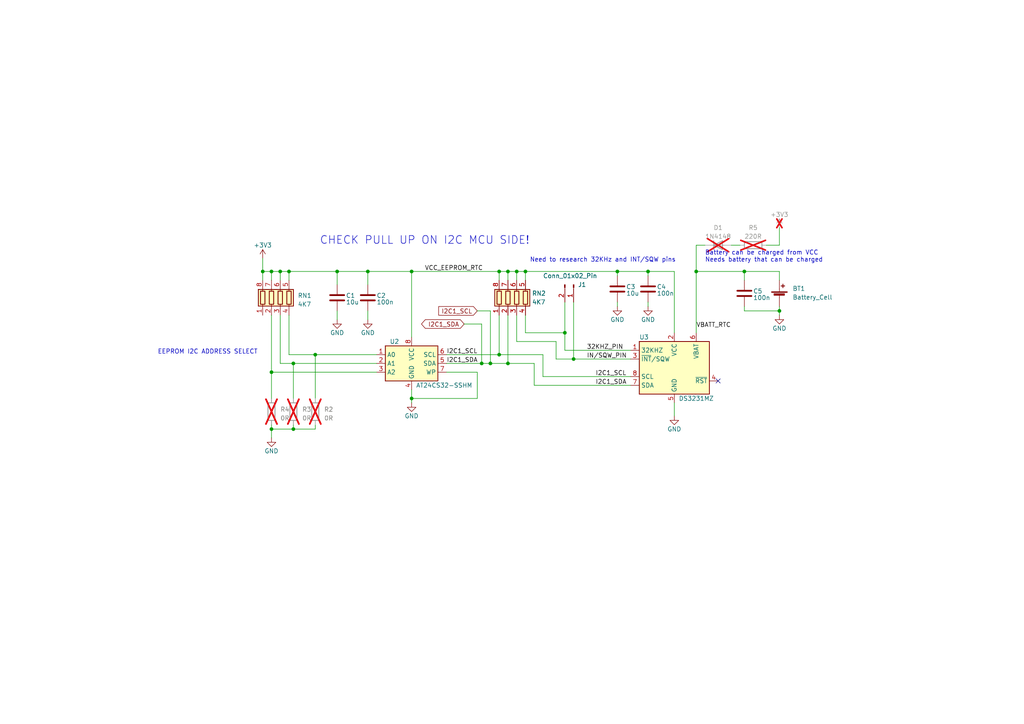
<source format=kicad_sch>
(kicad_sch (version 20230121) (generator eeschema)
  (paper "A4")
  (lib_symbols
    (symbol "Connector:Conn_01x02_Pin" (pin_names (offset 1.016) hide)
      (property "Reference" "J" (at 0 2.54 0))
      (property "Value" "Conn_01x02_Pin" (at 0 -5.08 0))
      (symbol "Conn_01x02_Pin_1_1"
        (polyline (pts (xy 1.27 -2.54) (xy 0.8636 -2.54)) (stroke (width 0.1524)))
        (polyline (pts (xy 1.27 0) (xy 0.8636 0)) (stroke (width 0.1524)))
        (rectangle (start 0.8636 -2.413) (end 0 -2.667) (stroke (width 0.1524)) (fill (type outline)))
        (rectangle (start 0.8636 0.127) (end 0 -0.127) (stroke (width 0.1524)) (fill (type outline)))
        (pin passive line (at 5.08 0 180) (length 3.81) (name "Pin_1") (number "1"))
        (pin passive line (at 5.08 -2.54 180) (length 3.81) (name "Pin_2") (number "2"))
      )
    )
    (symbol "Device:Battery_Cell" (pin_numbers hide) (pin_names (offset 0) hide)
      (property "Reference" "BT" (at 2.54 2.54 0))
      (property "Value" "Battery_Cell" (at 2.54 0 0))
      (symbol "Battery_Cell_0_1"
        (rectangle (start -2.286 1.778) (end 2.286 1.524) (fill (type outline)))
        (rectangle (start -1.5748 1.1938) (end 1.4732 0.6858) (fill (type outline)))
        (polyline (pts (xy 0 0.762) (xy 0 0)))
        (polyline (pts (xy 0 1.778) (xy 0 2.54)))
        (polyline (pts (xy 0.508 3.429) (xy 1.524 3.429)) (stroke (width 0.254)))
        (polyline (pts (xy 1.016 3.937) (xy 1.016 2.921)) (stroke (width 0.254)))
      )
      (symbol "Battery_Cell_1_1"
        (pin passive line (at 0 5.08 270) (length 2.54) (name "+") (number "1"))
        (pin passive line (at 0 -2.54 90) (length 2.54) (name "-") (number "2"))
      )
    )
    (symbol "Device:C" (pin_numbers hide) (pin_names (offset 0.254))
      (property "Reference" "C" (at 0.635 2.54 0))
      (property "Value" "C" (at 0.635 -2.54 0))
      (symbol "C_0_1"
        (polyline (pts (xy -2.032 -0.762) (xy 2.032 -0.762)) (stroke (width 0.508)))
        (polyline (pts (xy -2.032 0.762) (xy 2.032 0.762)) (stroke (width 0.508)))
      )
      (symbol "C_1_1"
        (pin passive line (at 0 3.81 270) (length 2.794) (name "~") (number "1"))
        (pin passive line (at 0 -3.81 90) (length 2.794) (name "~") (number "2"))
      )
    )
    (symbol "Device:R" (pin_numbers hide) (pin_names (offset 0))
      (property "Reference" "R" (at 2.032 0 90))
      (property "Value" "R" (at 0 0 90))
      (symbol "R_0_1"
        (rectangle (start -1.016 -2.54) (end 1.016 2.54) (stroke (width 0.254)))
      )
      (symbol "R_1_1"
        (pin passive line (at 0 3.81 270) (length 1.27) (name "~") (number "1"))
        (pin passive line (at 0 -3.81 90) (length 1.27) (name "~") (number "2"))
      )
    )
    (symbol "Device:R_Pack04" (pin_names (offset 0) hide)
      (property "Reference" "RN" (at -7.62 0 90))
      (property "Value" "R_Pack04" (at 5.08 0 90))
      (symbol "R_Pack04_0_1"
        (rectangle (start -6.35 -2.413) (end 3.81 2.413) (stroke (width 0.254)) (fill (type background)))
        (rectangle (start -5.715 1.905) (end -4.445 -1.905) (stroke (width 0.254)))
        (rectangle (start -3.175 1.905) (end -1.905 -1.905) (stroke (width 0.254)))
        (rectangle (start -0.635 1.905) (end 0.635 -1.905) (stroke (width 0.254)))
        (polyline (pts (xy -5.08 -2.54) (xy -5.08 -1.905)))
        (polyline (pts (xy -5.08 1.905) (xy -5.08 2.54)))
        (polyline (pts (xy -2.54 -2.54) (xy -2.54 -1.905)))
        (polyline (pts (xy -2.54 1.905) (xy -2.54 2.54)))
        (polyline (pts (xy 0 -2.54) (xy 0 -1.905)))
        (polyline (pts (xy 0 1.905) (xy 0 2.54)))
        (polyline (pts (xy 2.54 -2.54) (xy 2.54 -1.905)))
        (polyline (pts (xy 2.54 1.905) (xy 2.54 2.54)))
        (rectangle (start 1.905 1.905) (end 3.175 -1.905) (stroke (width 0.254)))
      )
      (symbol "R_Pack04_1_1"
        (pin passive line (at -5.08 -5.08 90) (length 2.54) (name "R1.1") (number "1"))
        (pin passive line (at -2.54 -5.08 90) (length 2.54) (name "R2.1") (number "2"))
        (pin passive line (at 0 -5.08 90) (length 2.54) (name "R3.1") (number "3"))
        (pin passive line (at 2.54 -5.08 90) (length 2.54) (name "R4.1") (number "4"))
        (pin passive line (at 2.54 5.08 270) (length 2.54) (name "R4.2") (number "5"))
        (pin passive line (at 0 5.08 270) (length 2.54) (name "R3.2") (number "6"))
        (pin passive line (at -2.54 5.08 270) (length 2.54) (name "R2.2") (number "7"))
        (pin passive line (at -5.08 5.08 270) (length 2.54) (name "R1.2") (number "8"))
      )
    )
    (symbol "Diode:1N4148" (pin_numbers hide) (pin_names hide)
      (property "Reference" "D" (at 0 2.54 0))
      (property "Value" "1N4148" (at 0 -2.54 0))
      (symbol "1N4148_0_1"
        (polyline (pts (xy -1.27 1.27) (xy -1.27 -1.27)) (stroke (width 0.254)))
        (polyline (pts (xy 1.27 0) (xy -1.27 0)))
        (polyline (pts (xy 1.27 1.27) (xy 1.27 -1.27) (xy -1.27 0) (xy 1.27 1.27)) (stroke (width 0.254)))
      )
      (symbol "1N4148_1_1"
        (pin passive line (at -3.81 0 0) (length 2.54) (name "K") (number "1"))
        (pin passive line (at 3.81 0 180) (length 2.54) (name "A") (number "2"))
      )
    )
    (symbol "Memory_EEPROM:AT24CS32-SSHM"
      (property "Reference" "U2" (at 1.9559 8.89 0))
      (property "Value" "AT24CS32-SSHM" (at 1.9559 6.35 0))
      (symbol "AT24CS32-SSHM_1_1"
        (rectangle (start -7.62 5.08) (end 7.62 -5.08) (stroke (width 0.254)) (fill (type background)))
        (pin input line (at -10.16 2.54 0) (length 2.54) (name "A0") (number "1"))
        (pin input line (at -10.16 0 0) (length 2.54) (name "A1") (number "2"))
        (pin input line (at -10.16 -2.54 0) (length 2.54) (name "A2") (number "3"))
        (pin power_in line (at 0 -7.62 90) (length 2.54) (name "GND") (number "4"))
        (pin bidirectional line (at 10.16 0 180) (length 2.54) (name "SDA") (number "5"))
        (pin input line (at 10.16 2.54 180) (length 2.54) (name "SCL") (number "6"))
        (pin input line (at 10.16 -2.54 180) (length 2.54) (name "WP") (number "7"))
        (pin power_in line (at 0 7.62 270) (length 2.54) (name "VCC") (number "8"))
      )
    )
    (symbol "Timer_RTC:DS3231MZ"
      (property "Reference" "U3" (at 1.9559 -10.16 0))
      (property "Value" "DS3231MZ" (at 1.9559 -12.7 0))
      (symbol "DS3231MZ_0_1"
        (rectangle (start -10.16 7.62) (end 10.16 -7.62) (stroke (width 0.254)) (fill (type background)))
      )
      (symbol "DS3231MZ_1_1"
        (pin open_collector line (at -12.7 5.08 0) (length 2.54) (name "32KHZ") (number "1"))
        (pin power_in line (at 0 10.16 270) (length 2.54) (name "VCC") (number "2"))
        (pin open_collector line (at -12.7 2.54 0) (length 2.54) (name "~{INT}/SQW") (number "3"))
        (pin bidirectional line (at 12.7 -3.81 180) (length 2.54) (name "~{RST}") (number "4"))
        (pin power_in line (at 0 -10.16 90) (length 2.54) (name "GND") (number "5"))
        (pin power_in line (at 6.35 10.16 270) (length 2.54) (name "VBAT") (number "6"))
        (pin bidirectional line (at -12.7 -5.08 0) (length 2.54) (name "SDA") (number "7"))
        (pin input line (at -12.7 -2.54 0) (length 2.54) (name "SCL") (number "8"))
      )
    )
    (symbol "power:+3V3" (power) (pin_numbers hide) (pin_names (offset 0) hide)
      (property "Value" "+3V3" (at 0 3.556 0))
      (symbol "+3V3_0_1"
        (polyline (pts (xy -0.762 1.27) (xy 0 2.54)))
        (polyline (pts (xy 0 0) (xy 0 2.54)))
        (polyline (pts (xy 0 2.54) (xy 0.762 1.27)))
      )
      (symbol "+3V3_1_1"
        (pin power_in line (at 0 0 90) (length 0) hide (name "+3V3") (number "1"))
      )
    )
    (symbol "power:GND" (power) (pin_names (offset 0))
      (property "Value" "GND" (at 0 -3.81 0))
      (symbol "GND_0_1"
        (polyline (pts (xy 0 0) (xy 0 -1.27) (xy 1.27 -1.27) (xy 0 -2.54) (xy -1.27 -1.27) (xy 0 -1.27)))
      )
      (symbol "GND_1_1"
        (pin power_in line (at 0 0 270) (length 0) hide (name "GND") (number "1"))
      )
    )
  )
  (junction (at 144.78 102.87))
  (junction (at 78.74 107.95))
  (junction (at 119.38 115.57))
  (junction (at 119.38 78.74))
  (junction (at 139.7 105.41))
  (junction (at 91.44 102.87))
  (junction (at 97.79 78.74))
  (junction (at 78.74 124.46))
  (junction (at 226.06 90.17))
  (junction (at 83.82 78.74))
  (junction (at 147.32 78.74))
  (junction (at 144.78 78.74))
  (junction (at 106.68 78.74))
  (junction (at 149.86 78.74))
  (junction (at 179.07 78.74))
  (junction (at 142.24 105.41))
  (junction (at 76.2 78.74))
  (junction (at 215.9 78.74))
  (junction (at 85.09 124.46))
  (junction (at 152.4 78.74))
  (junction (at 85.09 105.41))
  (junction (at 201.93 78.74))
  (junction (at 81.28 78.74))
  (junction (at 163.83 96.52))
  (junction (at 166.37 104.14))
  (junction (at 147.32 105.41))
  (junction (at 187.96 78.74))
  (junction (at 78.74 78.74))
  (no_connect (at 208.28 110.49))
  (wire (pts (xy 187.96 87.63) (xy 187.96 88.9)))
  (wire (pts (xy 78.74 78.74) (xy 78.74 81.28)))
  (wire (pts (xy 109.22 105.41) (xy 85.09 105.41)))
  (wire (pts (xy 78.74 107.95) (xy 78.74 115.57)))
  (wire (pts (xy 76.2 81.28) (xy 76.2 78.74)))
  (wire (pts (xy 147.32 91.44) (xy 147.32 105.41)))
  (wire (pts (xy 129.54 107.95) (xy 138.43 107.95)))
  (wire (pts (xy 119.38 115.57) (xy 119.38 116.84)))
  (wire (pts (xy 157.48 109.22) (xy 157.48 102.87)))
  (wire (pts (xy 109.22 107.95) (xy 78.74 107.95)))
  (wire (pts (xy 78.74 78.74) (xy 81.28 78.74)))
  (wire (pts (xy 187.96 78.74) (xy 195.58 78.74)))
  (wire (pts (xy 195.58 96.52) (xy 195.58 78.74)))
  (wire (pts (xy 83.82 102.87) (xy 91.44 102.87)))
  (wire (pts (xy 78.74 123.19) (xy 78.74 124.46)))
  (wire (pts (xy 78.74 107.95) (xy 78.74 91.44)))
  (wire (pts (xy 163.83 101.6) (xy 182.88 101.6)))
  (wire (pts (xy 215.9 90.17) (xy 226.06 90.17)))
  (wire (pts (xy 226.06 71.12) (xy 226.06 66.04)))
  (wire (pts (xy 152.4 96.52) (xy 163.83 96.52)))
  (wire (pts (xy 85.09 124.46) (xy 91.44 124.46)))
  (wire (pts (xy 226.06 78.74) (xy 215.9 78.74)))
  (wire (pts (xy 161.29 99.06) (xy 161.29 104.14)))
  (wire (pts (xy 134.62 93.98) (xy 139.7 93.98)))
  (wire (pts (xy 187.96 78.74) (xy 187.96 80.01)))
  (wire (pts (xy 76.2 74.93) (xy 76.2 78.74)))
  (wire (pts (xy 182.88 111.76) (xy 154.94 111.76)))
  (wire (pts (xy 85.09 105.41) (xy 81.28 105.41)))
  (wire (pts (xy 201.93 96.52) (xy 201.93 78.74)))
  (wire (pts (xy 201.93 78.74) (xy 215.9 78.74)))
  (wire (pts (xy 179.07 78.74) (xy 179.07 80.01)))
  (wire (pts (xy 201.93 71.12) (xy 201.93 78.74)))
  (wire (pts (xy 106.68 78.74) (xy 119.38 78.74)))
  (wire (pts (xy 91.44 102.87) (xy 91.44 115.57)))
  (wire (pts (xy 139.7 93.98) (xy 139.7 105.41)))
  (wire (pts (xy 83.82 91.44) (xy 83.82 102.87)))
  (wire (pts (xy 215.9 88.9) (xy 215.9 90.17)))
  (wire (pts (xy 226.06 90.17) (xy 226.06 91.44)))
  (wire (pts (xy 149.86 78.74) (xy 147.32 78.74)))
  (wire (pts (xy 83.82 78.74) (xy 97.79 78.74)))
  (wire (pts (xy 119.38 78.74) (xy 144.78 78.74)))
  (wire (pts (xy 139.7 105.41) (xy 142.24 105.41)))
  (wire (pts (xy 97.79 90.17) (xy 97.79 92.71)))
  (wire (pts (xy 152.4 81.28) (xy 152.4 78.74)))
  (wire (pts (xy 138.43 115.57) (xy 119.38 115.57)))
  (wire (pts (xy 154.94 111.76) (xy 154.94 105.41)))
  (wire (pts (xy 83.82 78.74) (xy 83.82 81.28)))
  (wire (pts (xy 187.96 78.74) (xy 179.07 78.74)))
  (wire (pts (xy 204.47 71.12) (xy 201.93 71.12)))
  (wire (pts (xy 138.43 107.95) (xy 138.43 115.57)))
  (wire (pts (xy 215.9 78.74) (xy 215.9 81.28)))
  (wire (pts (xy 157.48 102.87) (xy 144.78 102.87)))
  (wire (pts (xy 78.74 124.46) (xy 85.09 124.46)))
  (wire (pts (xy 222.25 71.12) (xy 226.06 71.12)))
  (wire (pts (xy 212.09 71.12) (xy 214.63 71.12)))
  (wire (pts (xy 106.68 90.17) (xy 106.68 92.71)))
  (wire (pts (xy 129.54 102.87) (xy 144.78 102.87)))
  (wire (pts (xy 142.24 90.17) (xy 142.24 105.41)))
  (wire (pts (xy 182.88 109.22) (xy 157.48 109.22)))
  (wire (pts (xy 152.4 78.74) (xy 179.07 78.74)))
  (wire (pts (xy 91.44 123.19) (xy 91.44 124.46)))
  (wire (pts (xy 81.28 105.41) (xy 81.28 91.44)))
  (wire (pts (xy 152.4 91.44) (xy 152.4 96.52)))
  (wire (pts (xy 97.79 78.74) (xy 97.79 82.55)))
  (wire (pts (xy 226.06 88.9) (xy 226.06 90.17)))
  (wire (pts (xy 161.29 104.14) (xy 166.37 104.14)))
  (wire (pts (xy 91.44 102.87) (xy 109.22 102.87)))
  (wire (pts (xy 152.4 78.74) (xy 149.86 78.74)))
  (wire (pts (xy 166.37 104.14) (xy 182.88 104.14)))
  (wire (pts (xy 144.78 81.28) (xy 144.78 78.74)))
  (wire (pts (xy 147.32 81.28) (xy 147.32 78.74)))
  (wire (pts (xy 138.43 90.17) (xy 142.24 90.17)))
  (wire (pts (xy 85.09 105.41) (xy 85.09 115.57)))
  (wire (pts (xy 97.79 78.74) (xy 106.68 78.74)))
  (wire (pts (xy 149.86 81.28) (xy 149.86 78.74)))
  (wire (pts (xy 119.38 97.79) (xy 119.38 78.74)))
  (wire (pts (xy 81.28 78.74) (xy 81.28 81.28)))
  (wire (pts (xy 119.38 113.03) (xy 119.38 115.57)))
  (wire (pts (xy 85.09 123.19) (xy 85.09 124.46)))
  (wire (pts (xy 81.28 78.74) (xy 83.82 78.74)))
  (wire (pts (xy 179.07 87.63) (xy 179.07 88.9)))
  (wire (pts (xy 147.32 78.74) (xy 144.78 78.74)))
  (wire (pts (xy 144.78 91.44) (xy 144.78 102.87)))
  (wire (pts (xy 149.86 99.06) (xy 161.29 99.06)))
  (wire (pts (xy 195.58 116.84) (xy 195.58 120.65)))
  (wire (pts (xy 78.74 124.46) (xy 78.74 127)))
  (wire (pts (xy 76.2 78.74) (xy 78.74 78.74)))
  (wire (pts (xy 154.94 105.41) (xy 147.32 105.41)))
  (wire (pts (xy 106.68 78.74) (xy 106.68 82.55)))
  (wire (pts (xy 166.37 87.63) (xy 166.37 104.14)))
  (wire (pts (xy 142.24 105.41) (xy 147.32 105.41)))
  (wire (pts (xy 163.83 87.63) (xy 163.83 96.52)))
  (wire (pts (xy 149.86 91.44) (xy 149.86 99.06)))
  (wire (pts (xy 163.83 96.52) (xy 163.83 101.6)))
  (wire (pts (xy 129.54 105.41) (xy 139.7 105.41)))
  (wire (pts (xy 226.06 81.28) (xy 226.06 78.74)))
  (text "CHECK PULL UP ON I2C MCU SIDE!\n" (at 92.71 71.12 0) (effects (font (size 2.27 2.27)) (justify left bottom)))
  (text "Need to research 32KHz and INT/SQW pins" (at 153.67 76.2 0) (effects (font (size 1.27 1.27)) (justify left bottom)))
  (text "Battery can be charged from VCC \nNeeds battery that can be charged" (at 204.47 76.2 0) (effects (font (size 1.27 1.27)) (justify left bottom)))
  (text "EEPROM I2C ADDRESS SELECT" (at 45.72 102.87 0) (effects (font (size 1.27 1.27)) (justify left bottom)))
  (label "I2C1_SCL" (at 129.54 102.87 0))
  (label "VBATT_RTC" (at 201.93 95.25 0))
  (label "I2C1_SCL" (at 172.72 109.22 0))
  (label "VCC_EEPROM_RTC" (at 123.19 78.74 0))
  (label "I2C1_SDA" (at 172.72 111.76 0))
  (label "I2C1_SDA" (at 129.54 105.41 0))
  (label "IN{slash}SQW_PIN" (at 170.18 104.14 0))
  (label "32KHZ_PIN" (at 170.18 101.6 0))
  (global_label "I2C1_SCL" (shape input) (at 138.43 90.17 180) (property "Intersheetrefs" "${INTERSHEET_REFS}" (effects hide)))
  (global_label "I2C1_SDA" (shape bidirectional) (at 134.62 93.98 180) (property "Intersheetrefs" "${INTERSHEET_REFS}" (effects hide)))
  (symbol (lib_id "Memory_EEPROM:AT24CS32-SSHM") (at 119.38 105.41 0) (unit 1)
    (property "Reference" "U2" (at 113.03 99.06 0) (effects (justify left)))
    (property "Value" "AT24CS32-SSHM" (at 120.65 111.76 0) (effects (justify left)))
    (property "Footprint" "Package_SO:SOIC-8_3.9x4.9mm_P1.27mm" (effects hide))
    (property "Datasheet" "http://ww1.microchip.com/downloads/en/DeviceDoc/Atmel-8869-SEEPROM-AT24CS32-Datasheet.pdf" (effects hide))
  )
  (symbol (lib_id "Device:C") (at 106.68 86.36 0) (unit 1)
    (property "Reference" "C2" (at 109.22 85.725 0) (effects (justify left)))
    (property "Value" "100n" (at 109.22 87.63 0) (effects (justify left)))
  )
  (symbol (lib_id "Device:R_Pack04") (at 81.28 86.36 0) (unit 1)
    (property "Reference" "RN1" (at 86.36 85.725 0) (effects (justify left)))
    (property "Value" "4K7" (at 86.36 88.265 0) (effects (justify left)))
  )
  (symbol (lib_id "Diode:1N4148") (at 208.28 71.12 0) (unit 1) (dnp yes)
    (property "Reference" "D1" (at 208.28 66.04 0))
    (property "Value" "1N4148" (at 208.28 68.58 0))
    (property "Footprint" "Diode_THT:D_DO-35_SOD27_P7.62mm_Horizontal" (effects hide))
    (property "Datasheet" "https://assets.nexperia.com/documents/data-sheet/1N4148_1N4448.pdf" (effects hide))
    (property "Sim.Device" "D" (effects hide))
    (property "Sim.Pins" "1=K 2=A" (effects hide))
  )
  (symbol (lib_id "power:+3V3") (at 76.2 74.93 0) (unit 1)
    (property "Reference" "#PWR?" (effects hide))
    (property "Value" "+3V3" (at 76.2 71.12 0))
    (instances (project "NixieTubeSchematic" (path "" (reference "#PWR?") (unit 1)) (path "" (reference "#PWR02") (unit 1))))
  )
  (symbol (lib_id "power:GND") (at 119.38 116.84 0) (unit 1)
    (property "Reference" "#PWR03" (effects hide))
    (property "Value" "GND" (at 119.38 120.65 0))
  )
  (symbol (lib_id "power:GND") (at 106.68 92.71 0) (unit 1)
    (property "Reference" "#PWR06" (effects hide))
    (property "Value" "GND" (at 106.68 96.52 0))
  )
  (symbol (lib_id "Device:R") (at 78.74 119.38 180) (unit 1) (dnp yes)
    (property "Reference" "R4" (at 81.28 118.745 0) (effects (justify right)))
    (property "Value" "0R" (at 81.28 121.285 0) (effects (justify right)))
  )
  (symbol (lib_id "Connector:Conn_01x02_Pin") (at 166.37 82.55 270) (unit 1)
    (property "Reference" "J1" (at 167.64 82.55 90) (effects (justify left)))
    (property "Value" "Conn_01x02_Pin" (at 157.48 80.01 90) (effects (justify left)))
  )
  (symbol (lib_id "power:+3V3") (at 226.06 66.04 0) (unit 1) (dnp yes)
    (property "Reference" "#PWR?" (effects hide))
    (property "Value" "+3V3" (at 226.06 62.23 0))
    (instances (project "NixieTubeSchematic" (path "" (reference "#PWR?") (unit 1)) (path "" (reference "#PWR010") (unit 1))))
  )
  (symbol (lib_id "Device:R") (at 85.09 119.38 180) (unit 1) (dnp yes)
    (property "Reference" "R3" (at 87.63 118.745 0) (effects (justify right)))
    (property "Value" "0R" (at 87.63 121.285 0) (effects (justify right)))
  )
  (symbol (lib_id "power:GND") (at 226.06 91.44 0) (unit 1)
    (property "Reference" "#PWR09" (effects hide))
    (property "Value" "GND" (at 226.06 95.25 0))
  )
  (symbol (lib_id "Timer_RTC:DS3231MZ") (at 195.58 106.68 0) (unit 1)
    (property "Reference" "U3" (at 185.42 97.79 0) (effects (justify left)))
    (property "Value" "DS3231MZ" (at 196.85 115.57 0) (effects (justify left)))
    (property "Footprint" "Package_SO:SOIC-8_3.9x4.9mm_P1.27mm" (effects hide))
    (property "Datasheet" "http://datasheets.maximintegrated.com/en/ds/DS3231M.pdf" (effects hide))
  )
  (symbol (lib_id "Device:C") (at 179.07 83.82 0) (unit 1)
    (property "Reference" "C3" (at 181.61 83.185 0) (effects (justify left)))
    (property "Value" "10u" (at 181.61 85.09 0) (effects (justify left)))
  )
  (symbol (lib_id "Device:C") (at 187.96 83.82 0) (unit 1)
    (property "Reference" "C4" (at 190.5 83.185 0) (effects (justify left)))
    (property "Value" "100n" (at 190.5 85.09 0) (effects (justify left)))
  )
  (symbol (lib_id "power:GND") (at 179.07 88.9 0) (unit 1)
    (property "Reference" "#PWR07" (effects hide))
    (property "Value" "GND" (at 179.07 92.71 0))
  )
  (symbol (lib_id "Device:C") (at 215.9 85.09 0) (unit 1)
    (property "Reference" "C5" (at 218.44 84.455 0) (effects (justify left)))
    (property "Value" "100n" (at 218.44 86.36 0) (effects (justify left)))
  )
  (symbol (lib_id "power:GND") (at 78.74 127 0) (unit 1)
    (property "Reference" "#PWR01" (effects hide))
    (property "Value" "GND" (at 78.74 130.81 0))
  )
  (symbol (lib_id "power:GND") (at 187.96 88.9 0) (unit 1)
    (property "Reference" "#PWR08" (effects hide))
    (property "Value" "GND" (at 187.96 92.71 0))
  )
  (symbol (lib_id "Device:C") (at 97.79 86.36 0) (unit 1)
    (property "Reference" "C1" (at 100.33 85.725 0) (effects (justify left)))
    (property "Value" "10u" (at 100.33 87.63 0) (effects (justify left)))
  )
  (symbol (lib_id "Device:R") (at 218.44 71.12 90) (unit 1) (dnp yes)
    (property "Reference" "R5" (at 218.44 66.04 90))
    (property "Value" "220R" (at 218.44 68.58 90))
  )
  (symbol (lib_id "Device:R_Pack04") (at 149.86 86.36 0) (unit 1)
    (property "Reference" "RN2" (at 154.305 85.09 0) (effects (justify left)))
    (property "Value" "4K7" (at 154.305 87.63 0) (effects (justify left)))
  )
  (symbol (lib_id "Device:Battery_Cell") (at 226.06 86.36 0) (unit 1)
    (property "Reference" "BT1" (at 229.87 83.693 0) (effects (justify left)))
    (property "Value" "Battery_Cell" (at 229.87 86.233 0) (effects (justify left)))
  )
  (symbol (lib_id "Device:R") (at 91.44 119.38 180) (unit 1) (dnp yes)
    (property "Reference" "R2" (at 93.98 118.745 0) (effects (justify right)))
    (property "Value" "0R" (at 93.98 121.285 0) (effects (justify right)))
  )
  (symbol (lib_id "power:GND") (at 195.58 120.65 0) (unit 1)
    (property "Reference" "#PWR04" (effects hide))
    (property "Value" "GND" (at 195.58 124.46 0))
  )
  (symbol (lib_id "power:GND") (at 97.79 92.71 0) (unit 1)
    (property "Reference" "#PWR05" (effects hide))
    (property "Value" "GND" (at 97.79 96.52 0))
  )
)
</source>
